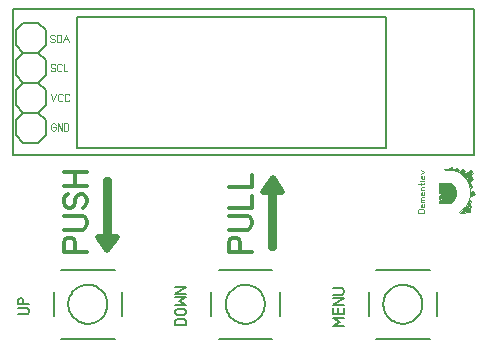
<source format=gbr>
%FSLAX34Y34*%
%MOMM*%
%LNSILK_TOP*%
G71*
G01*
%ADD10C,0.095*%
%ADD11C,0.050*%
%ADD12C,0.200*%
%ADD13C,0.152*%
%ADD14C,0.078*%
%ADD15C,0.203*%
%ADD16C,0.349*%
%ADD17C,0.159*%
%ADD18C,0.500*%
%LPD*%
G54D10*
X403160Y120672D02*
X397826Y120672D01*
X397826Y122672D01*
X398160Y123472D01*
X398826Y123872D01*
X402160Y123872D01*
X402826Y123472D01*
X403160Y122672D01*
X403160Y120672D01*
G54D10*
X402826Y128139D02*
X403160Y127499D01*
X403160Y126699D01*
X402826Y125899D01*
X402160Y125739D01*
X401026Y125739D01*
X400360Y126139D01*
X400160Y126939D01*
X400360Y127739D01*
X400826Y128139D01*
X401493Y128139D01*
X401493Y125739D01*
G54D10*
X403160Y130006D02*
X400160Y130006D01*
G54D10*
X400693Y130006D02*
X400160Y130806D01*
X400360Y131606D01*
X400826Y132006D01*
X403160Y132006D01*
G54D10*
X400693Y132006D02*
X400160Y132806D01*
X400360Y133606D01*
X400826Y134006D01*
X403160Y134006D01*
G54D10*
X402826Y138273D02*
X403160Y137633D01*
X403160Y136833D01*
X402826Y136033D01*
X402160Y135873D01*
X401026Y135873D01*
X400360Y136273D01*
X400160Y137073D01*
X400360Y137873D01*
X400826Y138273D01*
X401493Y138273D01*
X401493Y135873D01*
G54D10*
X403160Y140140D02*
X400160Y140140D01*
G54D10*
X400826Y140140D02*
X400360Y140540D01*
X400160Y141340D01*
X400360Y142140D01*
X400826Y142540D01*
X403160Y142540D01*
G54D10*
X397826Y145207D02*
X402826Y145207D01*
X403160Y145607D01*
X403026Y146007D01*
G54D10*
X400160Y144407D02*
X400160Y146007D01*
G54D10*
X403160Y147874D02*
X400160Y147874D01*
G54D10*
X399160Y147874D02*
X399160Y147874D01*
G54D10*
X402826Y152141D02*
X403160Y151501D01*
X403160Y150701D01*
X402826Y149901D01*
X402160Y149741D01*
X401026Y149741D01*
X400360Y150141D01*
X400160Y150941D01*
X400360Y151741D01*
X400826Y152141D01*
X401493Y152141D01*
X401493Y149741D01*
G54D10*
X400160Y154008D02*
X403160Y155608D01*
X400160Y157208D01*
G54D11*
G75*
G01X425443Y129412D02*
G03X425443Y145910I-4762J8249D01*
G01*
G54D11*
G75*
G01X432769Y121229D02*
G03X420337Y157334I-9725J16844D01*
G01*
G36*
X420284Y157108D02*
X426238Y159489D01*
X427428Y157108D01*
X423856Y157504D01*
X420284Y157108D01*
G37*
G54D11*
X420284Y157108D02*
X426238Y159489D01*
X427428Y157108D01*
X423856Y157504D01*
X420284Y157108D01*
G36*
X427825Y157108D02*
X430603Y159092D01*
X432191Y157108D01*
X431000Y155917D01*
X427825Y157108D01*
G37*
G54D11*
X427825Y157108D02*
X430603Y159092D01*
X432191Y157108D01*
X431000Y155917D01*
X427825Y157108D01*
G36*
X432191Y155520D02*
X436159Y158298D01*
X437747Y155917D01*
X435366Y153139D01*
X432191Y155520D01*
G37*
G54D11*
X432191Y155520D02*
X436159Y158298D01*
X437747Y155917D01*
X435366Y153139D01*
X432191Y155520D01*
G36*
X435762Y153139D02*
X442906Y157504D01*
X444097Y154726D01*
X438144Y150758D01*
X435762Y153139D01*
G37*
G54D11*
X435762Y153139D02*
X442906Y157504D01*
X444097Y154726D01*
X438144Y150758D01*
X435762Y153139D01*
G36*
X438938Y149567D02*
X442906Y151948D01*
X444097Y149170D01*
X440922Y146392D01*
X438938Y149567D01*
G37*
G54D11*
X438938Y149567D02*
X442906Y151948D01*
X444097Y149170D01*
X440922Y146392D01*
X438938Y149567D01*
G36*
X440922Y145995D02*
X442112Y146392D01*
X443303Y143614D01*
X442509Y142026D01*
X440922Y145995D01*
G37*
G54D11*
X440922Y145995D02*
X442112Y146392D01*
X443303Y143614D01*
X442509Y142026D01*
X440922Y145995D01*
G36*
X442906Y138454D02*
X444494Y139645D01*
X445684Y136470D01*
X442509Y134882D01*
X442906Y138454D01*
G37*
G54D11*
X442906Y138454D02*
X444494Y139645D01*
X445684Y136470D01*
X442509Y134882D01*
X442906Y138454D01*
G36*
X441319Y130517D02*
X442112Y131708D01*
X442906Y129723D01*
X440128Y128136D01*
X441319Y130517D01*
G37*
G54D11*
X441319Y130517D02*
X442112Y131708D01*
X442906Y129723D01*
X440128Y128136D01*
X441319Y130517D01*
G36*
X439731Y127739D02*
X441716Y128532D01*
X442906Y126151D01*
X436953Y124167D01*
X439731Y127739D01*
G37*
G54D11*
X439731Y127739D02*
X441716Y128532D01*
X442906Y126151D01*
X436953Y124167D01*
X439731Y127739D01*
G36*
X436556Y123770D02*
X442112Y125358D01*
X442112Y121389D01*
X432984Y120992D01*
X436556Y123770D01*
G37*
G54D11*
X436556Y123770D02*
X442112Y125358D01*
X442112Y121389D01*
X432984Y120992D01*
X436556Y123770D01*
G36*
X415522Y145995D02*
X425444Y145995D01*
X428222Y143217D01*
X429016Y141629D01*
X429809Y139645D01*
X429809Y136073D01*
X429412Y134486D01*
X428222Y132104D01*
X425444Y129326D01*
X415919Y129326D01*
X415919Y130517D01*
X419094Y132898D01*
X419094Y134089D01*
X415522Y132898D01*
X415522Y135279D01*
X418697Y138851D01*
X415522Y137264D01*
X415522Y141232D01*
X417109Y143217D01*
X415522Y142820D01*
X415522Y145995D01*
G37*
G54D11*
X415522Y145995D02*
X425444Y145995D01*
X428222Y143217D01*
X429016Y141629D01*
X429809Y139645D01*
X429809Y136073D01*
X429412Y134486D01*
X428222Y132104D01*
X425444Y129326D01*
X415919Y129326D01*
X415919Y130517D01*
X419094Y132898D01*
X419094Y134089D01*
X415522Y132898D01*
X415522Y135279D01*
X418697Y138851D01*
X415522Y137264D01*
X415522Y141232D01*
X417109Y143217D01*
X415522Y142820D01*
X415522Y145995D01*
G54D12*
X54709Y169498D02*
X445234Y169498D01*
X445234Y293323D01*
X54709Y293323D01*
X54709Y169498D01*
G54D12*
X109477Y175848D02*
X370621Y175848D01*
X370621Y286973D01*
X109477Y286973D01*
X109477Y175848D01*
G54D13*
X76200Y180306D02*
X63500Y180306D01*
X57150Y186656D01*
X57150Y199356D01*
X63500Y205706D01*
X57150Y212056D01*
X57150Y224756D01*
X63500Y231106D01*
X76200Y231106D01*
X82550Y224756D01*
X82550Y212056D01*
X76200Y205706D01*
X82550Y199356D01*
X82550Y186656D01*
X76200Y180306D01*
G54D13*
X63500Y205706D02*
X76200Y205706D01*
G54D13*
X76200Y231106D02*
X82550Y237456D01*
X82550Y250156D01*
X76200Y256506D01*
X82550Y262856D01*
X82550Y275556D01*
X76200Y281906D01*
G54D13*
X63500Y281906D02*
X76200Y281906D01*
G54D13*
X63500Y281906D02*
X57150Y275556D01*
X57150Y262856D01*
X63500Y256506D01*
X76200Y256506D01*
G54D13*
X63500Y256506D02*
X57150Y250156D01*
X57150Y237456D01*
X63500Y231106D01*
G54D14*
X89112Y193464D02*
X90979Y193464D01*
X90979Y191520D01*
X90512Y190742D01*
X89579Y190353D01*
X88646Y190353D01*
X87712Y190742D01*
X87246Y191520D01*
X87246Y195409D01*
X87712Y196187D01*
X88646Y196575D01*
X89579Y196575D01*
X90512Y196187D01*
X90979Y195409D01*
G54D14*
X92690Y190353D02*
X92690Y196575D01*
X96423Y190353D01*
X96423Y196575D01*
G54D14*
X98134Y190353D02*
X98134Y196575D01*
X100467Y196575D01*
X101400Y196187D01*
X101867Y195409D01*
X101867Y191520D01*
X101400Y190742D01*
X100467Y190353D01*
X98134Y190353D01*
G54D14*
X86849Y221579D02*
X89182Y215356D01*
X91516Y221579D01*
G54D14*
X96960Y216523D02*
X96494Y215745D01*
X95560Y215356D01*
X94627Y215356D01*
X93694Y215745D01*
X93227Y216523D01*
X93227Y220412D01*
X93694Y221190D01*
X94627Y221579D01*
X95560Y221579D01*
X96494Y221190D01*
X96960Y220412D01*
G54D14*
X102404Y216523D02*
X101938Y215745D01*
X101004Y215356D01*
X100071Y215356D01*
X99138Y215745D01*
X98671Y216523D01*
X98671Y220412D01*
X99138Y221190D01*
X100071Y221579D01*
X101004Y221579D01*
X101938Y221190D01*
X102404Y220412D01*
G54D14*
X86849Y241923D02*
X87316Y241145D01*
X88249Y240756D01*
X89182Y240756D01*
X90116Y241145D01*
X90582Y241923D01*
X90582Y242701D01*
X90116Y243479D01*
X89182Y243867D01*
X88249Y243867D01*
X87316Y244256D01*
X86849Y245034D01*
X86849Y245812D01*
X87316Y246590D01*
X88249Y246979D01*
X89182Y246979D01*
X90116Y246590D01*
X90582Y245812D01*
G54D14*
X96026Y241923D02*
X95560Y241145D01*
X94626Y240756D01*
X93693Y240756D01*
X92760Y241145D01*
X92293Y241923D01*
X92293Y245812D01*
X92760Y246590D01*
X93693Y246979D01*
X94626Y246979D01*
X95560Y246590D01*
X96026Y245812D01*
G54D14*
X97737Y246979D02*
X97737Y240756D01*
X101004Y240756D01*
G54D14*
X86452Y266529D02*
X86919Y265752D01*
X87852Y265363D01*
X88786Y265363D01*
X89719Y265752D01*
X90186Y266529D01*
X90186Y267307D01*
X89719Y268085D01*
X88786Y268474D01*
X87852Y268474D01*
X86919Y268863D01*
X86452Y269640D01*
X86452Y270418D01*
X86919Y271196D01*
X87852Y271585D01*
X88786Y271585D01*
X89719Y271196D01*
X90186Y270418D01*
G54D14*
X91896Y265363D02*
X91896Y271585D01*
X94230Y271585D01*
X95163Y271196D01*
X95630Y270418D01*
X95630Y266529D01*
X95163Y265752D01*
X94230Y265363D01*
X91896Y265363D01*
G54D14*
X97340Y265363D02*
X99674Y271585D01*
X102007Y265363D01*
G54D14*
X98274Y267696D02*
X101074Y267696D01*
G54D15*
X140893Y72509D02*
X95579Y72509D01*
G54D15*
X89229Y53459D02*
X89229Y33545D01*
G54D15*
X95579Y14495D02*
X140893Y14495D01*
G54D15*
X147243Y33545D02*
X147243Y53459D01*
G54D15*
X134695Y42232D02*
X134746Y43502D01*
X134695Y44772D01*
X134543Y46042D01*
X134289Y47312D01*
X133959Y48531D01*
X133527Y49751D01*
X132994Y50919D01*
X132384Y52037D01*
X131673Y53103D01*
X130885Y54119D01*
X130022Y55059D01*
X129082Y55948D01*
X128091Y56736D01*
X127050Y57472D01*
X125932Y58107D01*
X124764Y58666D01*
X123570Y59123D01*
X122351Y59479D01*
X121106Y59758D01*
X119836Y59936D01*
X118566Y60012D01*
X117271Y59987D01*
X116001Y59860D01*
X114731Y59631D01*
X113512Y59326D01*
X112292Y58895D01*
X111124Y58387D01*
X109981Y57802D01*
X108889Y57117D01*
X107873Y56355D01*
X106908Y55516D01*
X106019Y54602D01*
X105180Y53611D01*
X104444Y52570D01*
X103784Y51478D01*
X103199Y50335D01*
X102717Y49141D01*
X102336Y47922D01*
X102031Y46677D01*
X101828Y45407D01*
X101726Y44137D01*
X101726Y42867D01*
X101828Y41597D01*
X102031Y40327D01*
X102336Y39083D01*
X102717Y37863D01*
X103199Y36670D01*
X103784Y35527D01*
X104444Y34434D01*
X105180Y33393D01*
X106019Y32402D01*
X106908Y31488D01*
X107873Y30650D01*
X108889Y29888D01*
X109981Y29202D01*
X111124Y28618D01*
X112292Y28110D01*
X113512Y27678D01*
X114731Y27373D01*
X116001Y27145D01*
X117271Y27018D01*
X118566Y26992D01*
X119836Y27068D01*
X121106Y27246D01*
X122351Y27526D01*
X123570Y27881D01*
X124764Y28338D01*
X125932Y28897D01*
X127050Y29532D01*
X128091Y30269D01*
X129082Y31056D01*
X130022Y31945D01*
X130885Y32885D01*
X131673Y33901D01*
X132384Y34968D01*
X132994Y36085D01*
X133527Y37254D01*
X133959Y38473D01*
X134289Y39692D01*
X134543Y40962D01*
X134695Y42232D01*
G54D15*
X228930Y72508D02*
X274243Y72508D01*
G54D15*
X280593Y53458D02*
X280593Y33545D01*
G54D15*
X274243Y14495D02*
X228930Y14495D01*
G54D15*
X222580Y33545D02*
X222580Y53458D01*
G54D15*
X235127Y42232D02*
X235076Y43502D01*
X235127Y44772D01*
X235280Y46042D01*
X235534Y47312D01*
X235864Y48531D01*
X236296Y49750D01*
X236829Y50918D01*
X237439Y52036D01*
X238150Y53103D01*
X238937Y54119D01*
X239801Y55059D01*
X240741Y55948D01*
X241731Y56735D01*
X242773Y57472D01*
X243890Y58107D01*
X245059Y58665D01*
X246252Y59123D01*
X247472Y59478D01*
X248716Y59758D01*
X249986Y59935D01*
X251256Y60012D01*
X252552Y59986D01*
X253822Y59859D01*
X255092Y59631D01*
X256311Y59326D01*
X257530Y58894D01*
X258698Y58386D01*
X259842Y57802D01*
X260934Y57116D01*
X261950Y56354D01*
X262915Y55516D01*
X263804Y54601D01*
X264642Y53611D01*
X265379Y52569D01*
X266039Y51477D01*
X266623Y50334D01*
X267106Y49140D01*
X267487Y47921D01*
X267792Y46677D01*
X267995Y45407D01*
X268096Y44137D01*
X268096Y42867D01*
X267995Y41597D01*
X267792Y40327D01*
X267487Y39082D01*
X267106Y37863D01*
X266623Y36669D01*
X266039Y35526D01*
X265379Y34434D01*
X264642Y33392D01*
X263804Y32402D01*
X262915Y31487D01*
X261950Y30649D01*
X260934Y29887D01*
X259842Y29201D01*
X258698Y28617D01*
X257530Y28109D01*
X256311Y27677D01*
X255092Y27373D01*
X253822Y27144D01*
X252552Y27017D01*
X251256Y26992D01*
X249986Y27068D01*
X248716Y27246D01*
X247472Y27525D01*
X246252Y27881D01*
X245059Y28338D01*
X243890Y28897D01*
X242773Y29532D01*
X241731Y30268D01*
X240741Y31056D01*
X239801Y31945D01*
X238937Y32884D01*
X238150Y33900D01*
X237439Y34967D01*
X236829Y36085D01*
X236296Y37253D01*
X235864Y38472D01*
X235534Y39692D01*
X235280Y40962D01*
X235127Y42232D01*
G54D15*
X362280Y72508D02*
X407593Y72508D01*
G54D15*
X413943Y53458D02*
X413943Y33545D01*
G54D15*
X407593Y14495D02*
X362280Y14495D01*
G54D15*
X355930Y33545D02*
X355930Y53458D01*
G54D15*
X368477Y42232D02*
X368426Y43502D01*
X368477Y44772D01*
X368630Y46042D01*
X368884Y47312D01*
X369214Y48531D01*
X369646Y49750D01*
X370179Y50918D01*
X370789Y52036D01*
X371500Y53103D01*
X372287Y54119D01*
X373151Y55059D01*
X374091Y55948D01*
X375081Y56735D01*
X376123Y57472D01*
X377240Y58107D01*
X378409Y58665D01*
X379602Y59123D01*
X380822Y59478D01*
X382066Y59758D01*
X383336Y59935D01*
X384606Y60012D01*
X385902Y59986D01*
X387172Y59859D01*
X388442Y59631D01*
X389661Y59326D01*
X390880Y58894D01*
X392048Y58386D01*
X393192Y57802D01*
X394284Y57116D01*
X395300Y56354D01*
X396265Y55516D01*
X397154Y54601D01*
X397992Y53611D01*
X398729Y52569D01*
X399389Y51477D01*
X399973Y50334D01*
X400456Y49140D01*
X400837Y47921D01*
X401142Y46677D01*
X401345Y45407D01*
X401446Y44137D01*
X401446Y42867D01*
X401345Y41597D01*
X401142Y40327D01*
X400837Y39082D01*
X400456Y37863D01*
X399973Y36669D01*
X399389Y35526D01*
X398729Y34434D01*
X397992Y33392D01*
X397154Y32402D01*
X396265Y31487D01*
X395300Y30649D01*
X394284Y29887D01*
X393192Y29201D01*
X392048Y28617D01*
X390880Y28109D01*
X389661Y27677D01*
X388442Y27373D01*
X387172Y27144D01*
X385902Y27017D01*
X384606Y26992D01*
X383336Y27068D01*
X382066Y27246D01*
X380822Y27525D01*
X379602Y27881D01*
X378409Y28338D01*
X377240Y28897D01*
X376123Y29532D01*
X375081Y30268D01*
X374091Y31056D01*
X373151Y31945D01*
X372287Y32884D01*
X371500Y33900D01*
X370789Y34967D01*
X370179Y36085D01*
X369646Y37253D01*
X369214Y38472D01*
X368884Y39692D01*
X368630Y40962D01*
X368477Y42232D01*
G54D16*
X257174Y88106D02*
X237619Y88106D01*
X237619Y95439D01*
X238841Y98373D01*
X241286Y99839D01*
X243730Y99839D01*
X246174Y98373D01*
X247397Y95439D01*
X247397Y88106D01*
G54D16*
X237619Y106683D02*
X253508Y106683D01*
X255952Y108150D01*
X257174Y111083D01*
X257174Y114016D01*
X255952Y116950D01*
X253508Y118416D01*
X237619Y118416D01*
G54D16*
X237619Y125260D02*
X257174Y125260D01*
X257174Y135527D01*
G54D16*
X237619Y142371D02*
X257174Y142371D01*
X257174Y152638D01*
G54D16*
X117474Y88106D02*
X97919Y88106D01*
X97919Y95439D01*
X99141Y98373D01*
X101586Y99839D01*
X104030Y99839D01*
X106474Y98373D01*
X107697Y95439D01*
X107697Y88106D01*
G54D16*
X97919Y106683D02*
X113808Y106683D01*
X116252Y108150D01*
X117474Y111083D01*
X117474Y114016D01*
X116252Y116950D01*
X113808Y118416D01*
X97919Y118416D01*
G54D16*
X113808Y125260D02*
X116252Y126727D01*
X117474Y129660D01*
X117474Y132593D01*
X116252Y135527D01*
X113808Y136993D01*
X111363Y136993D01*
X108919Y135527D01*
X107697Y132593D01*
X107697Y129660D01*
X106474Y126727D01*
X104030Y125260D01*
X101586Y125260D01*
X99141Y126727D01*
X97919Y129660D01*
X97919Y132593D01*
X99141Y135527D01*
X101586Y136993D01*
G54D16*
X117474Y143837D02*
X97919Y143837D01*
G54D16*
X117474Y155570D02*
X97919Y155570D01*
G54D16*
X107697Y143837D02*
X107697Y155570D01*
G54D17*
X334746Y25501D02*
X325857Y25501D01*
X331413Y28834D01*
X325857Y32167D01*
X334746Y32167D01*
G54D17*
X334746Y39945D02*
X334746Y35279D01*
X325857Y35279D01*
X325857Y39945D01*
G54D17*
X330302Y35279D02*
X330302Y39945D01*
G54D17*
X334746Y43057D02*
X325857Y43057D01*
X334746Y48390D01*
X325857Y48390D01*
G54D17*
X325857Y51501D02*
X333079Y51501D01*
X334190Y52167D01*
X334746Y53501D01*
X334746Y54834D01*
X334190Y56167D01*
X333079Y56834D01*
X325857Y56834D01*
G54D17*
X201022Y25876D02*
X192133Y25876D01*
X192133Y29209D01*
X192688Y30543D01*
X193799Y31209D01*
X199355Y31209D01*
X200466Y30543D01*
X201022Y29209D01*
X201022Y25876D01*
G54D17*
X193799Y39653D02*
X199355Y39653D01*
X200466Y38987D01*
X201022Y37653D01*
X201022Y36320D01*
X200466Y34987D01*
X199355Y34320D01*
X193799Y34320D01*
X192688Y34987D01*
X192133Y36320D01*
X192133Y37653D01*
X192688Y38987D01*
X193799Y39653D01*
G54D17*
X192133Y42764D02*
X201022Y42764D01*
X195466Y46097D01*
X201022Y49431D01*
X192133Y49431D01*
G54D17*
X201022Y52542D02*
X192133Y52542D01*
X201022Y57875D01*
X192133Y57875D01*
G54D17*
X59196Y34987D02*
X66418Y34987D01*
X67529Y35653D01*
X68085Y36987D01*
X68085Y38320D01*
X67529Y39653D01*
X66418Y40320D01*
X59196Y40320D01*
G54D17*
X68085Y43431D02*
X59196Y43431D01*
X59196Y46764D01*
X59752Y48097D01*
X60863Y48764D01*
X61974Y48764D01*
X63085Y48097D01*
X63641Y46764D01*
X63641Y43431D01*
G36*
X273050Y91281D02*
X276224Y91281D01*
X276224Y138906D01*
X273050Y138906D01*
X273050Y91281D01*
G37*
G54D18*
X273050Y91281D02*
X276224Y91281D01*
X276224Y138906D01*
X273050Y138906D01*
X273050Y91281D01*
G36*
X266700Y138906D02*
X282574Y138906D01*
X275034Y150018D01*
X266700Y138906D01*
G37*
G54D18*
X266700Y138906D02*
X282574Y138906D01*
X275034Y150018D01*
X266700Y138906D01*
G36*
X136524Y148431D02*
X133350Y148431D01*
X133350Y100806D01*
X136524Y100806D01*
X136524Y148431D01*
G37*
G54D18*
X136524Y148431D02*
X133350Y148431D01*
X133350Y100806D01*
X136524Y100806D01*
X136524Y148431D01*
G36*
X142874Y100806D02*
X127000Y100806D01*
X134540Y89694D01*
X142874Y100806D01*
G37*
G54D18*
X142874Y100806D02*
X127000Y100806D01*
X134540Y89694D01*
X142874Y100806D01*
M02*

</source>
